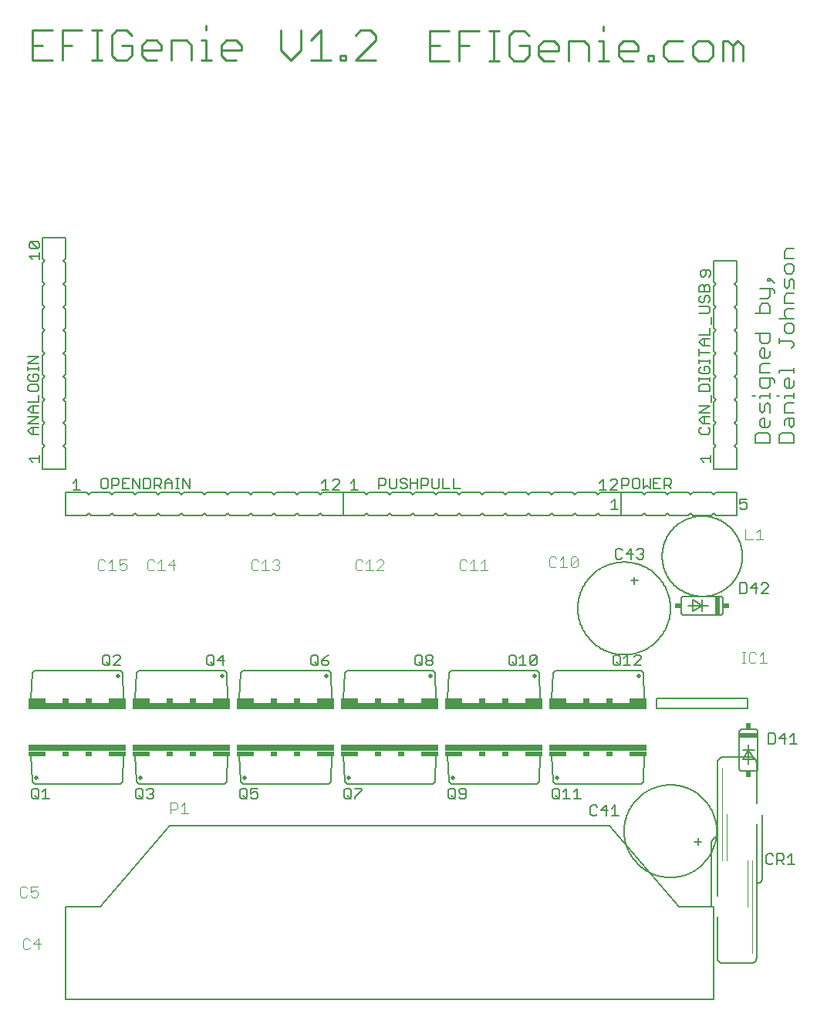
<source format=gto>
G75*
%MOIN*%
%OFA0B0*%
%FSLAX25Y25*%
%IPPOS*%
%LPD*%
%AMOC8*
5,1,8,0,0,1.08239X$1,22.5*
%
%ADD10C,0.01100*%
%ADD11C,0.00600*%
%ADD12C,0.00400*%
%ADD13C,0.00500*%
%ADD14C,0.00200*%
%ADD15R,0.08000X0.02000*%
%ADD16R,0.02000X0.02500*%
%ADD17R,0.02000X0.08000*%
%ADD18R,0.02500X0.02000*%
%ADD19C,0.00800*%
%ADD20C,0.02000*%
%ADD21R,0.42000X0.03000*%
%ADD22R,0.07500X0.02000*%
%ADD23R,0.03000X0.02000*%
D10*
X0032150Y0430964D02*
X0040757Y0430964D01*
X0045041Y0430964D02*
X0045041Y0443875D01*
X0053648Y0443875D01*
X0057932Y0443875D02*
X0062236Y0443875D01*
X0060084Y0443875D02*
X0060084Y0430964D01*
X0057932Y0430964D02*
X0062236Y0430964D01*
X0066526Y0433116D02*
X0068678Y0430964D01*
X0072982Y0430964D01*
X0075133Y0433116D01*
X0075133Y0437419D01*
X0070830Y0437419D01*
X0066526Y0441723D02*
X0066526Y0433116D01*
X0066526Y0441723D02*
X0068678Y0443875D01*
X0072982Y0443875D01*
X0075133Y0441723D01*
X0079417Y0437419D02*
X0081569Y0439571D01*
X0085873Y0439571D01*
X0088024Y0437419D01*
X0088024Y0435268D01*
X0079417Y0435268D01*
X0079417Y0437419D02*
X0079417Y0433116D01*
X0081569Y0430964D01*
X0085873Y0430964D01*
X0092308Y0430964D02*
X0092308Y0439571D01*
X0098764Y0439571D01*
X0100915Y0437419D01*
X0100915Y0430964D01*
X0105199Y0430964D02*
X0109503Y0430964D01*
X0107351Y0430964D02*
X0107351Y0439571D01*
X0105199Y0439571D01*
X0107351Y0443875D02*
X0107351Y0446027D01*
X0115945Y0439571D02*
X0113793Y0437419D01*
X0113793Y0433116D01*
X0115945Y0430964D01*
X0120249Y0430964D01*
X0122400Y0435268D02*
X0113793Y0435268D01*
X0115945Y0439571D02*
X0120249Y0439571D01*
X0122400Y0437419D01*
X0122400Y0435268D01*
X0139575Y0435268D02*
X0143879Y0430964D01*
X0148182Y0435268D01*
X0148182Y0443875D01*
X0152466Y0439571D02*
X0156770Y0443875D01*
X0156770Y0430964D01*
X0161073Y0430964D02*
X0152466Y0430964D01*
X0139575Y0435268D02*
X0139575Y0443875D01*
X0165357Y0433116D02*
X0167509Y0433116D01*
X0167509Y0430964D01*
X0165357Y0430964D01*
X0165357Y0433116D01*
X0171803Y0430964D02*
X0180410Y0439571D01*
X0180410Y0441723D01*
X0178258Y0443875D01*
X0173954Y0443875D01*
X0171803Y0441723D01*
X0171803Y0430964D02*
X0180410Y0430964D01*
X0203747Y0430714D02*
X0212355Y0430714D01*
X0216638Y0430714D02*
X0216638Y0443625D01*
X0225246Y0443625D01*
X0229529Y0443625D02*
X0233833Y0443625D01*
X0231681Y0443625D02*
X0231681Y0430714D01*
X0229529Y0430714D02*
X0233833Y0430714D01*
X0238123Y0432866D02*
X0240275Y0430714D01*
X0244579Y0430714D01*
X0246731Y0432866D01*
X0246731Y0437169D01*
X0242427Y0437169D01*
X0238123Y0441473D02*
X0238123Y0432866D01*
X0238123Y0441473D02*
X0240275Y0443625D01*
X0244579Y0443625D01*
X0246731Y0441473D01*
X0251014Y0437169D02*
X0253166Y0439321D01*
X0257470Y0439321D01*
X0259622Y0437169D01*
X0259622Y0435018D01*
X0251014Y0435018D01*
X0251014Y0437169D02*
X0251014Y0432866D01*
X0253166Y0430714D01*
X0257470Y0430714D01*
X0263905Y0430714D02*
X0263905Y0439321D01*
X0270361Y0439321D01*
X0272513Y0437169D01*
X0272513Y0430714D01*
X0276796Y0430714D02*
X0281100Y0430714D01*
X0278948Y0430714D02*
X0278948Y0439321D01*
X0276796Y0439321D01*
X0278948Y0443625D02*
X0278948Y0445777D01*
X0287542Y0439321D02*
X0285390Y0437169D01*
X0285390Y0432866D01*
X0287542Y0430714D01*
X0291846Y0430714D01*
X0293998Y0435018D02*
X0285390Y0435018D01*
X0287542Y0439321D02*
X0291846Y0439321D01*
X0293998Y0437169D01*
X0293998Y0435018D01*
X0298281Y0432866D02*
X0300433Y0432866D01*
X0300433Y0430714D01*
X0298281Y0430714D01*
X0298281Y0432866D01*
X0304727Y0432866D02*
X0306879Y0430714D01*
X0313334Y0430714D01*
X0317618Y0432866D02*
X0317618Y0437169D01*
X0319770Y0439321D01*
X0324073Y0439321D01*
X0326225Y0437169D01*
X0326225Y0432866D01*
X0324073Y0430714D01*
X0319770Y0430714D01*
X0317618Y0432866D01*
X0313334Y0439321D02*
X0306879Y0439321D01*
X0304727Y0437169D01*
X0304727Y0432866D01*
X0330509Y0430714D02*
X0330509Y0439321D01*
X0332661Y0439321D01*
X0334813Y0437169D01*
X0336964Y0439321D01*
X0339116Y0437169D01*
X0339116Y0430714D01*
X0334813Y0430714D02*
X0334813Y0437169D01*
X0220942Y0437169D02*
X0216638Y0437169D01*
X0212355Y0443625D02*
X0203747Y0443625D01*
X0203747Y0430714D01*
X0203747Y0437169D02*
X0208051Y0437169D01*
X0049345Y0437419D02*
X0045041Y0437419D01*
X0040757Y0443875D02*
X0032150Y0443875D01*
X0032150Y0430964D01*
X0032150Y0437419D02*
X0036454Y0437419D01*
D11*
X0036600Y0354164D02*
X0046600Y0354164D01*
X0046600Y0345164D01*
X0045600Y0344164D01*
X0046600Y0343164D01*
X0046600Y0335164D01*
X0045600Y0334164D01*
X0046600Y0333164D01*
X0046600Y0325164D01*
X0045600Y0324164D01*
X0046600Y0323164D01*
X0046600Y0315164D01*
X0045600Y0314164D01*
X0046600Y0313164D01*
X0046600Y0305164D01*
X0045600Y0304164D01*
X0046600Y0303164D01*
X0046600Y0295164D01*
X0045600Y0294164D01*
X0046600Y0293164D01*
X0046600Y0285164D01*
X0045600Y0284164D01*
X0046600Y0283164D01*
X0046600Y0275164D01*
X0045600Y0274164D01*
X0046600Y0273164D01*
X0046600Y0265164D01*
X0045600Y0264164D01*
X0046600Y0263164D01*
X0046600Y0254164D01*
X0036600Y0254164D01*
X0036600Y0263164D01*
X0037600Y0264164D01*
X0036600Y0265164D01*
X0036600Y0273164D01*
X0037600Y0274164D01*
X0036600Y0275164D01*
X0036600Y0283164D01*
X0037600Y0284164D01*
X0036600Y0285164D01*
X0036600Y0293164D01*
X0037600Y0294164D01*
X0036600Y0295164D01*
X0036600Y0303164D01*
X0037600Y0304164D01*
X0036600Y0305164D01*
X0036600Y0313164D01*
X0037600Y0314164D01*
X0036600Y0315164D01*
X0036600Y0323164D01*
X0037600Y0324164D01*
X0036600Y0325164D01*
X0036600Y0333164D01*
X0037600Y0334164D01*
X0036600Y0335164D01*
X0036600Y0343164D01*
X0037600Y0344164D01*
X0036600Y0345164D01*
X0036600Y0354164D01*
X0046600Y0244164D02*
X0055600Y0244164D01*
X0056600Y0243164D01*
X0057600Y0244164D01*
X0065600Y0244164D01*
X0066600Y0243164D01*
X0067600Y0244164D01*
X0075600Y0244164D01*
X0076600Y0243164D01*
X0077600Y0244164D01*
X0085600Y0244164D01*
X0086600Y0243164D01*
X0087600Y0244164D01*
X0095600Y0244164D01*
X0096600Y0243164D01*
X0097600Y0244164D01*
X0105600Y0244164D01*
X0106600Y0243164D01*
X0107600Y0244164D01*
X0115600Y0244164D01*
X0116600Y0243164D01*
X0117600Y0244164D01*
X0125600Y0244164D01*
X0126600Y0243164D01*
X0127600Y0244164D01*
X0135600Y0244164D01*
X0136600Y0243164D01*
X0137600Y0244164D01*
X0145600Y0244164D01*
X0146600Y0243164D01*
X0147600Y0244164D01*
X0155600Y0244164D01*
X0156600Y0243164D01*
X0157600Y0244164D01*
X0166600Y0244164D01*
X0175600Y0244164D01*
X0176600Y0243164D01*
X0177600Y0244164D01*
X0185600Y0244164D01*
X0186600Y0243164D01*
X0187600Y0244164D01*
X0195600Y0244164D01*
X0196600Y0243164D01*
X0197600Y0244164D01*
X0205600Y0244164D01*
X0206600Y0243164D01*
X0207600Y0244164D01*
X0215600Y0244164D01*
X0216600Y0243164D01*
X0217600Y0244164D01*
X0225600Y0244164D01*
X0226600Y0243164D01*
X0227600Y0244164D01*
X0235600Y0244164D01*
X0236600Y0243164D01*
X0237600Y0244164D01*
X0245600Y0244164D01*
X0246600Y0243164D01*
X0247600Y0244164D01*
X0255600Y0244164D01*
X0256600Y0243164D01*
X0257600Y0244164D01*
X0265600Y0244164D01*
X0266600Y0243164D01*
X0267600Y0244164D01*
X0275600Y0244164D01*
X0276600Y0243164D01*
X0277600Y0244164D01*
X0286600Y0244164D01*
X0295600Y0244164D01*
X0296600Y0243164D01*
X0297600Y0244164D01*
X0305600Y0244164D01*
X0306600Y0243164D01*
X0307600Y0244164D01*
X0315600Y0244164D01*
X0316600Y0243164D01*
X0317600Y0244164D01*
X0325600Y0244164D01*
X0326600Y0243164D01*
X0327600Y0244164D01*
X0336600Y0244164D01*
X0336600Y0234164D01*
X0327600Y0234164D01*
X0326600Y0235164D01*
X0325600Y0234164D01*
X0317600Y0234164D01*
X0316600Y0235164D01*
X0315600Y0234164D01*
X0307600Y0234164D01*
X0306600Y0235164D01*
X0305600Y0234164D01*
X0297600Y0234164D01*
X0296600Y0235164D01*
X0295600Y0234164D01*
X0286600Y0234164D01*
X0286600Y0244164D01*
X0286600Y0234164D01*
X0277600Y0234164D01*
X0276600Y0235164D01*
X0275600Y0234164D01*
X0267600Y0234164D01*
X0266600Y0235164D01*
X0265600Y0234164D01*
X0257600Y0234164D01*
X0256600Y0235164D01*
X0255600Y0234164D01*
X0247600Y0234164D01*
X0246600Y0235164D01*
X0245600Y0234164D01*
X0237600Y0234164D01*
X0236600Y0235164D01*
X0235600Y0234164D01*
X0227600Y0234164D01*
X0226600Y0235164D01*
X0225600Y0234164D01*
X0217600Y0234164D01*
X0216600Y0235164D01*
X0215600Y0234164D01*
X0207600Y0234164D01*
X0206600Y0235164D01*
X0205600Y0234164D01*
X0197600Y0234164D01*
X0196600Y0235164D01*
X0195600Y0234164D01*
X0187600Y0234164D01*
X0186600Y0235164D01*
X0185600Y0234164D01*
X0177600Y0234164D01*
X0176600Y0235164D01*
X0175600Y0234164D01*
X0166600Y0234164D01*
X0166600Y0244164D01*
X0166600Y0234164D01*
X0157600Y0234164D01*
X0156600Y0235164D01*
X0155600Y0234164D01*
X0147600Y0234164D01*
X0146600Y0235164D01*
X0145600Y0234164D01*
X0137600Y0234164D01*
X0136600Y0235164D01*
X0135600Y0234164D01*
X0127600Y0234164D01*
X0126600Y0235164D01*
X0125600Y0234164D01*
X0117600Y0234164D01*
X0116600Y0235164D01*
X0115600Y0234164D01*
X0107600Y0234164D01*
X0106600Y0235164D01*
X0105600Y0234164D01*
X0097600Y0234164D01*
X0096600Y0235164D01*
X0095600Y0234164D01*
X0087600Y0234164D01*
X0086600Y0235164D01*
X0085600Y0234164D01*
X0077600Y0234164D01*
X0076600Y0235164D01*
X0075600Y0234164D01*
X0067600Y0234164D01*
X0066600Y0235164D01*
X0065600Y0234164D01*
X0057600Y0234164D01*
X0056600Y0235164D01*
X0055600Y0234164D01*
X0046600Y0234164D01*
X0046600Y0244164D01*
X0033100Y0167414D02*
X0070100Y0167414D01*
X0071100Y0166414D01*
X0071600Y0154914D01*
X0076600Y0154914D02*
X0077100Y0166414D01*
X0078100Y0167414D01*
X0115100Y0167414D01*
X0116100Y0166414D01*
X0116600Y0154914D01*
X0121600Y0154914D02*
X0122100Y0166414D01*
X0123100Y0167414D01*
X0160100Y0167414D01*
X0161100Y0166414D01*
X0161600Y0154914D01*
X0166600Y0154914D02*
X0167100Y0166414D01*
X0168100Y0167414D01*
X0205100Y0167414D01*
X0206100Y0166414D01*
X0206600Y0154914D01*
X0211600Y0154914D02*
X0212100Y0166414D01*
X0213100Y0167414D01*
X0250100Y0167414D01*
X0251100Y0166414D01*
X0251600Y0154914D01*
X0256600Y0154914D02*
X0257100Y0166414D01*
X0258100Y0167414D01*
X0295100Y0167414D01*
X0296100Y0166414D01*
X0296600Y0154914D01*
X0296600Y0130914D02*
X0296100Y0119414D01*
X0295100Y0118414D01*
X0258100Y0118414D01*
X0257100Y0119414D01*
X0256600Y0130914D01*
X0251600Y0130914D02*
X0251100Y0119414D01*
X0250100Y0118414D01*
X0213100Y0118414D01*
X0212100Y0119414D01*
X0211600Y0130914D01*
X0206600Y0130914D02*
X0206100Y0119414D01*
X0205100Y0118414D01*
X0168100Y0118414D01*
X0167100Y0119414D01*
X0166600Y0130914D01*
X0161600Y0130914D02*
X0161100Y0119414D01*
X0160100Y0118414D01*
X0123100Y0118414D01*
X0122100Y0119414D01*
X0121600Y0130914D01*
X0116600Y0130914D02*
X0116100Y0119414D01*
X0115100Y0118414D01*
X0078100Y0118414D01*
X0077100Y0119414D01*
X0076600Y0130914D01*
X0071600Y0130914D02*
X0071100Y0119414D01*
X0070100Y0118414D01*
X0033100Y0118414D01*
X0032100Y0119414D01*
X0031600Y0130914D01*
X0031600Y0154914D02*
X0032100Y0166414D01*
X0033100Y0167414D01*
X0267850Y0194164D02*
X0267856Y0194655D01*
X0267874Y0195145D01*
X0267904Y0195635D01*
X0267946Y0196124D01*
X0268000Y0196612D01*
X0268066Y0197099D01*
X0268144Y0197583D01*
X0268234Y0198066D01*
X0268336Y0198546D01*
X0268449Y0199024D01*
X0268574Y0199498D01*
X0268711Y0199970D01*
X0268859Y0200438D01*
X0269019Y0200902D01*
X0269190Y0201362D01*
X0269372Y0201818D01*
X0269566Y0202269D01*
X0269770Y0202715D01*
X0269986Y0203156D01*
X0270212Y0203592D01*
X0270448Y0204022D01*
X0270695Y0204446D01*
X0270953Y0204864D01*
X0271221Y0205275D01*
X0271498Y0205680D01*
X0271786Y0206078D01*
X0272083Y0206469D01*
X0272390Y0206852D01*
X0272706Y0207227D01*
X0273031Y0207595D01*
X0273365Y0207955D01*
X0273708Y0208306D01*
X0274059Y0208649D01*
X0274419Y0208983D01*
X0274787Y0209308D01*
X0275162Y0209624D01*
X0275545Y0209931D01*
X0275936Y0210228D01*
X0276334Y0210516D01*
X0276739Y0210793D01*
X0277150Y0211061D01*
X0277568Y0211319D01*
X0277992Y0211566D01*
X0278422Y0211802D01*
X0278858Y0212028D01*
X0279299Y0212244D01*
X0279745Y0212448D01*
X0280196Y0212642D01*
X0280652Y0212824D01*
X0281112Y0212995D01*
X0281576Y0213155D01*
X0282044Y0213303D01*
X0282516Y0213440D01*
X0282990Y0213565D01*
X0283468Y0213678D01*
X0283948Y0213780D01*
X0284431Y0213870D01*
X0284915Y0213948D01*
X0285402Y0214014D01*
X0285890Y0214068D01*
X0286379Y0214110D01*
X0286869Y0214140D01*
X0287359Y0214158D01*
X0287850Y0214164D01*
X0288341Y0214158D01*
X0288831Y0214140D01*
X0289321Y0214110D01*
X0289810Y0214068D01*
X0290298Y0214014D01*
X0290785Y0213948D01*
X0291269Y0213870D01*
X0291752Y0213780D01*
X0292232Y0213678D01*
X0292710Y0213565D01*
X0293184Y0213440D01*
X0293656Y0213303D01*
X0294124Y0213155D01*
X0294588Y0212995D01*
X0295048Y0212824D01*
X0295504Y0212642D01*
X0295955Y0212448D01*
X0296401Y0212244D01*
X0296842Y0212028D01*
X0297278Y0211802D01*
X0297708Y0211566D01*
X0298132Y0211319D01*
X0298550Y0211061D01*
X0298961Y0210793D01*
X0299366Y0210516D01*
X0299764Y0210228D01*
X0300155Y0209931D01*
X0300538Y0209624D01*
X0300913Y0209308D01*
X0301281Y0208983D01*
X0301641Y0208649D01*
X0301992Y0208306D01*
X0302335Y0207955D01*
X0302669Y0207595D01*
X0302994Y0207227D01*
X0303310Y0206852D01*
X0303617Y0206469D01*
X0303914Y0206078D01*
X0304202Y0205680D01*
X0304479Y0205275D01*
X0304747Y0204864D01*
X0305005Y0204446D01*
X0305252Y0204022D01*
X0305488Y0203592D01*
X0305714Y0203156D01*
X0305930Y0202715D01*
X0306134Y0202269D01*
X0306328Y0201818D01*
X0306510Y0201362D01*
X0306681Y0200902D01*
X0306841Y0200438D01*
X0306989Y0199970D01*
X0307126Y0199498D01*
X0307251Y0199024D01*
X0307364Y0198546D01*
X0307466Y0198066D01*
X0307556Y0197583D01*
X0307634Y0197099D01*
X0307700Y0196612D01*
X0307754Y0196124D01*
X0307796Y0195635D01*
X0307826Y0195145D01*
X0307844Y0194655D01*
X0307850Y0194164D01*
X0307844Y0193673D01*
X0307826Y0193183D01*
X0307796Y0192693D01*
X0307754Y0192204D01*
X0307700Y0191716D01*
X0307634Y0191229D01*
X0307556Y0190745D01*
X0307466Y0190262D01*
X0307364Y0189782D01*
X0307251Y0189304D01*
X0307126Y0188830D01*
X0306989Y0188358D01*
X0306841Y0187890D01*
X0306681Y0187426D01*
X0306510Y0186966D01*
X0306328Y0186510D01*
X0306134Y0186059D01*
X0305930Y0185613D01*
X0305714Y0185172D01*
X0305488Y0184736D01*
X0305252Y0184306D01*
X0305005Y0183882D01*
X0304747Y0183464D01*
X0304479Y0183053D01*
X0304202Y0182648D01*
X0303914Y0182250D01*
X0303617Y0181859D01*
X0303310Y0181476D01*
X0302994Y0181101D01*
X0302669Y0180733D01*
X0302335Y0180373D01*
X0301992Y0180022D01*
X0301641Y0179679D01*
X0301281Y0179345D01*
X0300913Y0179020D01*
X0300538Y0178704D01*
X0300155Y0178397D01*
X0299764Y0178100D01*
X0299366Y0177812D01*
X0298961Y0177535D01*
X0298550Y0177267D01*
X0298132Y0177009D01*
X0297708Y0176762D01*
X0297278Y0176526D01*
X0296842Y0176300D01*
X0296401Y0176084D01*
X0295955Y0175880D01*
X0295504Y0175686D01*
X0295048Y0175504D01*
X0294588Y0175333D01*
X0294124Y0175173D01*
X0293656Y0175025D01*
X0293184Y0174888D01*
X0292710Y0174763D01*
X0292232Y0174650D01*
X0291752Y0174548D01*
X0291269Y0174458D01*
X0290785Y0174380D01*
X0290298Y0174314D01*
X0289810Y0174260D01*
X0289321Y0174218D01*
X0288831Y0174188D01*
X0288341Y0174170D01*
X0287850Y0174164D01*
X0287359Y0174170D01*
X0286869Y0174188D01*
X0286379Y0174218D01*
X0285890Y0174260D01*
X0285402Y0174314D01*
X0284915Y0174380D01*
X0284431Y0174458D01*
X0283948Y0174548D01*
X0283468Y0174650D01*
X0282990Y0174763D01*
X0282516Y0174888D01*
X0282044Y0175025D01*
X0281576Y0175173D01*
X0281112Y0175333D01*
X0280652Y0175504D01*
X0280196Y0175686D01*
X0279745Y0175880D01*
X0279299Y0176084D01*
X0278858Y0176300D01*
X0278422Y0176526D01*
X0277992Y0176762D01*
X0277568Y0177009D01*
X0277150Y0177267D01*
X0276739Y0177535D01*
X0276334Y0177812D01*
X0275936Y0178100D01*
X0275545Y0178397D01*
X0275162Y0178704D01*
X0274787Y0179020D01*
X0274419Y0179345D01*
X0274059Y0179679D01*
X0273708Y0180022D01*
X0273365Y0180373D01*
X0273031Y0180733D01*
X0272706Y0181101D01*
X0272390Y0181476D01*
X0272083Y0181859D01*
X0271786Y0182250D01*
X0271498Y0182648D01*
X0271221Y0183053D01*
X0270953Y0183464D01*
X0270695Y0183882D01*
X0270448Y0184306D01*
X0270212Y0184736D01*
X0269986Y0185172D01*
X0269770Y0185613D01*
X0269566Y0186059D01*
X0269372Y0186510D01*
X0269190Y0186966D01*
X0269019Y0187426D01*
X0268859Y0187890D01*
X0268711Y0188358D01*
X0268574Y0188830D01*
X0268449Y0189304D01*
X0268336Y0189782D01*
X0268234Y0190262D01*
X0268144Y0190745D01*
X0268066Y0191229D01*
X0268000Y0191716D01*
X0267946Y0192204D01*
X0267904Y0192693D01*
X0267874Y0193183D01*
X0267856Y0193673D01*
X0267850Y0194164D01*
X0290850Y0206164D02*
X0293850Y0206164D01*
X0292350Y0207664D02*
X0292350Y0204664D01*
X0312600Y0198414D02*
X0312600Y0192414D01*
X0312602Y0192354D01*
X0312607Y0192293D01*
X0312616Y0192234D01*
X0312629Y0192175D01*
X0312645Y0192116D01*
X0312665Y0192059D01*
X0312688Y0192004D01*
X0312715Y0191949D01*
X0312744Y0191897D01*
X0312777Y0191846D01*
X0312813Y0191797D01*
X0312851Y0191751D01*
X0312893Y0191707D01*
X0312937Y0191665D01*
X0312983Y0191627D01*
X0313032Y0191591D01*
X0313083Y0191558D01*
X0313135Y0191529D01*
X0313190Y0191502D01*
X0313245Y0191479D01*
X0313302Y0191459D01*
X0313361Y0191443D01*
X0313420Y0191430D01*
X0313479Y0191421D01*
X0313540Y0191416D01*
X0313600Y0191414D01*
X0329600Y0191414D01*
X0329660Y0191416D01*
X0329721Y0191421D01*
X0329780Y0191430D01*
X0329839Y0191443D01*
X0329898Y0191459D01*
X0329955Y0191479D01*
X0330010Y0191502D01*
X0330065Y0191529D01*
X0330117Y0191558D01*
X0330168Y0191591D01*
X0330217Y0191627D01*
X0330263Y0191665D01*
X0330307Y0191707D01*
X0330349Y0191751D01*
X0330387Y0191797D01*
X0330423Y0191846D01*
X0330456Y0191897D01*
X0330485Y0191949D01*
X0330512Y0192004D01*
X0330535Y0192059D01*
X0330555Y0192116D01*
X0330571Y0192175D01*
X0330584Y0192234D01*
X0330593Y0192293D01*
X0330598Y0192354D01*
X0330600Y0192414D01*
X0330600Y0198414D01*
X0330598Y0198474D01*
X0330593Y0198535D01*
X0330584Y0198594D01*
X0330571Y0198653D01*
X0330555Y0198712D01*
X0330535Y0198769D01*
X0330512Y0198824D01*
X0330485Y0198879D01*
X0330456Y0198931D01*
X0330423Y0198982D01*
X0330387Y0199031D01*
X0330349Y0199077D01*
X0330307Y0199121D01*
X0330263Y0199163D01*
X0330217Y0199201D01*
X0330168Y0199237D01*
X0330117Y0199270D01*
X0330065Y0199299D01*
X0330010Y0199326D01*
X0329955Y0199349D01*
X0329898Y0199369D01*
X0329839Y0199385D01*
X0329780Y0199398D01*
X0329721Y0199407D01*
X0329660Y0199412D01*
X0329600Y0199414D01*
X0313600Y0199414D01*
X0313540Y0199412D01*
X0313479Y0199407D01*
X0313420Y0199398D01*
X0313361Y0199385D01*
X0313302Y0199369D01*
X0313245Y0199349D01*
X0313190Y0199326D01*
X0313135Y0199299D01*
X0313083Y0199270D01*
X0313032Y0199237D01*
X0312983Y0199201D01*
X0312937Y0199163D01*
X0312893Y0199121D01*
X0312851Y0199077D01*
X0312813Y0199031D01*
X0312777Y0198982D01*
X0312744Y0198931D01*
X0312715Y0198879D01*
X0312688Y0198824D01*
X0312665Y0198769D01*
X0312645Y0198712D01*
X0312629Y0198653D01*
X0312616Y0198594D01*
X0312607Y0198535D01*
X0312602Y0198474D01*
X0312600Y0198414D01*
X0315600Y0195414D02*
X0321600Y0195414D01*
X0321600Y0197914D01*
X0321600Y0195414D02*
X0317600Y0192914D01*
X0317600Y0197914D01*
X0321600Y0195414D01*
X0321600Y0192914D01*
X0321600Y0195414D02*
X0324100Y0195414D01*
X0338600Y0141914D02*
X0344600Y0141914D01*
X0344660Y0141912D01*
X0344721Y0141907D01*
X0344780Y0141898D01*
X0344839Y0141885D01*
X0344898Y0141869D01*
X0344955Y0141849D01*
X0345010Y0141826D01*
X0345065Y0141799D01*
X0345117Y0141770D01*
X0345168Y0141737D01*
X0345217Y0141701D01*
X0345263Y0141663D01*
X0345307Y0141621D01*
X0345349Y0141577D01*
X0345387Y0141531D01*
X0345423Y0141482D01*
X0345456Y0141431D01*
X0345485Y0141379D01*
X0345512Y0141324D01*
X0345535Y0141269D01*
X0345555Y0141212D01*
X0345571Y0141153D01*
X0345584Y0141094D01*
X0345593Y0141035D01*
X0345598Y0140974D01*
X0345600Y0140914D01*
X0345600Y0124914D01*
X0345598Y0124854D01*
X0345593Y0124793D01*
X0345584Y0124734D01*
X0345571Y0124675D01*
X0345555Y0124616D01*
X0345535Y0124559D01*
X0345512Y0124504D01*
X0345485Y0124449D01*
X0345456Y0124397D01*
X0345423Y0124346D01*
X0345387Y0124297D01*
X0345349Y0124251D01*
X0345307Y0124207D01*
X0345263Y0124165D01*
X0345217Y0124127D01*
X0345168Y0124091D01*
X0345117Y0124058D01*
X0345065Y0124029D01*
X0345010Y0124002D01*
X0344955Y0123979D01*
X0344898Y0123959D01*
X0344839Y0123943D01*
X0344780Y0123930D01*
X0344721Y0123921D01*
X0344660Y0123916D01*
X0344600Y0123914D01*
X0338600Y0123914D01*
X0338540Y0123916D01*
X0338479Y0123921D01*
X0338420Y0123930D01*
X0338361Y0123943D01*
X0338302Y0123959D01*
X0338245Y0123979D01*
X0338190Y0124002D01*
X0338135Y0124029D01*
X0338083Y0124058D01*
X0338032Y0124091D01*
X0337983Y0124127D01*
X0337937Y0124165D01*
X0337893Y0124207D01*
X0337851Y0124251D01*
X0337813Y0124297D01*
X0337777Y0124346D01*
X0337744Y0124397D01*
X0337715Y0124449D01*
X0337688Y0124504D01*
X0337665Y0124559D01*
X0337645Y0124616D01*
X0337629Y0124675D01*
X0337616Y0124734D01*
X0337607Y0124793D01*
X0337602Y0124854D01*
X0337600Y0124914D01*
X0337600Y0140914D01*
X0337602Y0140974D01*
X0337607Y0141035D01*
X0337616Y0141094D01*
X0337629Y0141153D01*
X0337645Y0141212D01*
X0337665Y0141269D01*
X0337688Y0141324D01*
X0337715Y0141379D01*
X0337744Y0141431D01*
X0337777Y0141482D01*
X0337813Y0141531D01*
X0337851Y0141577D01*
X0337893Y0141621D01*
X0337937Y0141663D01*
X0337983Y0141701D01*
X0338032Y0141737D01*
X0338083Y0141770D01*
X0338135Y0141799D01*
X0338190Y0141826D01*
X0338245Y0141849D01*
X0338302Y0141869D01*
X0338361Y0141885D01*
X0338420Y0141898D01*
X0338479Y0141907D01*
X0338540Y0141912D01*
X0338600Y0141914D01*
X0341600Y0135414D02*
X0341600Y0132914D01*
X0339100Y0132914D01*
X0341600Y0132914D02*
X0339100Y0128914D01*
X0344100Y0128914D01*
X0341600Y0132914D01*
X0344100Y0132914D01*
X0341600Y0132914D02*
X0341600Y0126914D01*
X0342600Y0129914D02*
X0342698Y0129912D01*
X0342796Y0129906D01*
X0342894Y0129897D01*
X0342991Y0129883D01*
X0343088Y0129866D01*
X0343184Y0129845D01*
X0343279Y0129820D01*
X0343373Y0129792D01*
X0343465Y0129759D01*
X0343557Y0129724D01*
X0343647Y0129684D01*
X0343735Y0129642D01*
X0343822Y0129595D01*
X0343906Y0129546D01*
X0343989Y0129493D01*
X0344069Y0129437D01*
X0344148Y0129377D01*
X0344224Y0129315D01*
X0344297Y0129250D01*
X0344368Y0129182D01*
X0344436Y0129111D01*
X0344501Y0129038D01*
X0344563Y0128962D01*
X0344623Y0128883D01*
X0344679Y0128803D01*
X0344732Y0128720D01*
X0344781Y0128636D01*
X0344828Y0128549D01*
X0344870Y0128461D01*
X0344910Y0128371D01*
X0344945Y0128279D01*
X0344978Y0128187D01*
X0345006Y0128093D01*
X0345031Y0127998D01*
X0345052Y0127902D01*
X0345069Y0127805D01*
X0345083Y0127708D01*
X0345092Y0127610D01*
X0345098Y0127512D01*
X0345100Y0127414D01*
X0345100Y0109914D01*
X0347600Y0104914D02*
X0347600Y0077914D01*
X0347598Y0077816D01*
X0347592Y0077718D01*
X0347583Y0077620D01*
X0347569Y0077523D01*
X0347552Y0077426D01*
X0347531Y0077330D01*
X0347506Y0077235D01*
X0347478Y0077141D01*
X0347445Y0077049D01*
X0347410Y0076957D01*
X0347370Y0076867D01*
X0347328Y0076779D01*
X0347281Y0076692D01*
X0347232Y0076608D01*
X0347179Y0076525D01*
X0347123Y0076445D01*
X0347063Y0076366D01*
X0347001Y0076290D01*
X0346936Y0076217D01*
X0346868Y0076146D01*
X0346797Y0076078D01*
X0346724Y0076013D01*
X0346648Y0075951D01*
X0346569Y0075891D01*
X0346489Y0075835D01*
X0346406Y0075782D01*
X0346322Y0075733D01*
X0346235Y0075686D01*
X0346147Y0075644D01*
X0346057Y0075604D01*
X0345965Y0075569D01*
X0345873Y0075536D01*
X0345779Y0075508D01*
X0345684Y0075483D01*
X0345588Y0075462D01*
X0345491Y0075445D01*
X0345394Y0075431D01*
X0345296Y0075422D01*
X0345198Y0075416D01*
X0345100Y0075414D01*
X0328100Y0069914D02*
X0328100Y0127414D01*
X0328102Y0127512D01*
X0328108Y0127610D01*
X0328117Y0127708D01*
X0328131Y0127805D01*
X0328148Y0127902D01*
X0328169Y0127998D01*
X0328194Y0128093D01*
X0328222Y0128187D01*
X0328255Y0128279D01*
X0328290Y0128371D01*
X0328330Y0128461D01*
X0328372Y0128549D01*
X0328419Y0128636D01*
X0328468Y0128720D01*
X0328521Y0128803D01*
X0328577Y0128883D01*
X0328637Y0128962D01*
X0328699Y0129038D01*
X0328764Y0129111D01*
X0328832Y0129182D01*
X0328903Y0129250D01*
X0328976Y0129315D01*
X0329052Y0129377D01*
X0329131Y0129437D01*
X0329211Y0129493D01*
X0329294Y0129546D01*
X0329378Y0129595D01*
X0329465Y0129642D01*
X0329553Y0129684D01*
X0329643Y0129724D01*
X0329735Y0129759D01*
X0329827Y0129792D01*
X0329921Y0129820D01*
X0330016Y0129845D01*
X0330112Y0129866D01*
X0330209Y0129883D01*
X0330306Y0129897D01*
X0330404Y0129906D01*
X0330502Y0129912D01*
X0330600Y0129914D01*
X0342600Y0129914D01*
X0345100Y0100914D02*
X0345100Y0043414D01*
X0345098Y0043316D01*
X0345092Y0043218D01*
X0345083Y0043120D01*
X0345069Y0043023D01*
X0345052Y0042926D01*
X0345031Y0042830D01*
X0345006Y0042735D01*
X0344978Y0042641D01*
X0344945Y0042549D01*
X0344910Y0042457D01*
X0344870Y0042367D01*
X0344828Y0042279D01*
X0344781Y0042192D01*
X0344732Y0042108D01*
X0344679Y0042025D01*
X0344623Y0041945D01*
X0344563Y0041866D01*
X0344501Y0041790D01*
X0344436Y0041717D01*
X0344368Y0041646D01*
X0344297Y0041578D01*
X0344224Y0041513D01*
X0344148Y0041451D01*
X0344069Y0041391D01*
X0343989Y0041335D01*
X0343906Y0041282D01*
X0343822Y0041233D01*
X0343735Y0041186D01*
X0343647Y0041144D01*
X0343557Y0041104D01*
X0343465Y0041069D01*
X0343373Y0041036D01*
X0343279Y0041008D01*
X0343184Y0040983D01*
X0343088Y0040962D01*
X0342991Y0040945D01*
X0342894Y0040931D01*
X0342796Y0040922D01*
X0342698Y0040916D01*
X0342600Y0040914D01*
X0330600Y0040914D01*
X0330502Y0040916D01*
X0330404Y0040922D01*
X0330306Y0040931D01*
X0330209Y0040945D01*
X0330112Y0040962D01*
X0330016Y0040983D01*
X0329921Y0041008D01*
X0329827Y0041036D01*
X0329735Y0041069D01*
X0329643Y0041104D01*
X0329553Y0041144D01*
X0329465Y0041186D01*
X0329378Y0041233D01*
X0329294Y0041282D01*
X0329211Y0041335D01*
X0329131Y0041391D01*
X0329052Y0041451D01*
X0328976Y0041513D01*
X0328903Y0041578D01*
X0328832Y0041646D01*
X0328764Y0041717D01*
X0328699Y0041790D01*
X0328637Y0041866D01*
X0328577Y0041945D01*
X0328521Y0042025D01*
X0328468Y0042108D01*
X0328419Y0042192D01*
X0328372Y0042279D01*
X0328330Y0042367D01*
X0328290Y0042457D01*
X0328255Y0042549D01*
X0328222Y0042641D01*
X0328194Y0042735D01*
X0328169Y0042830D01*
X0328148Y0042926D01*
X0328131Y0043023D01*
X0328117Y0043120D01*
X0328108Y0043218D01*
X0328102Y0043316D01*
X0328100Y0043414D01*
X0328100Y0060914D01*
X0325600Y0065914D02*
X0325600Y0092914D01*
X0325602Y0093012D01*
X0325608Y0093110D01*
X0325617Y0093208D01*
X0325631Y0093305D01*
X0325648Y0093402D01*
X0325669Y0093498D01*
X0325694Y0093593D01*
X0325722Y0093687D01*
X0325755Y0093779D01*
X0325790Y0093871D01*
X0325830Y0093961D01*
X0325872Y0094049D01*
X0325919Y0094136D01*
X0325968Y0094220D01*
X0326021Y0094303D01*
X0326077Y0094383D01*
X0326137Y0094462D01*
X0326199Y0094538D01*
X0326264Y0094611D01*
X0326332Y0094682D01*
X0326403Y0094750D01*
X0326476Y0094815D01*
X0326552Y0094877D01*
X0326631Y0094937D01*
X0326711Y0094993D01*
X0326794Y0095046D01*
X0326878Y0095095D01*
X0326965Y0095142D01*
X0327053Y0095184D01*
X0327143Y0095224D01*
X0327235Y0095259D01*
X0327327Y0095292D01*
X0327421Y0095320D01*
X0327516Y0095345D01*
X0327612Y0095366D01*
X0327709Y0095383D01*
X0327806Y0095397D01*
X0327904Y0095406D01*
X0328002Y0095412D01*
X0328100Y0095414D01*
X0321350Y0093414D02*
X0318350Y0093414D01*
X0319850Y0094914D02*
X0319850Y0091914D01*
X0287850Y0097914D02*
X0287856Y0098405D01*
X0287874Y0098895D01*
X0287904Y0099385D01*
X0287946Y0099874D01*
X0288000Y0100362D01*
X0288066Y0100849D01*
X0288144Y0101333D01*
X0288234Y0101816D01*
X0288336Y0102296D01*
X0288449Y0102774D01*
X0288574Y0103248D01*
X0288711Y0103720D01*
X0288859Y0104188D01*
X0289019Y0104652D01*
X0289190Y0105112D01*
X0289372Y0105568D01*
X0289566Y0106019D01*
X0289770Y0106465D01*
X0289986Y0106906D01*
X0290212Y0107342D01*
X0290448Y0107772D01*
X0290695Y0108196D01*
X0290953Y0108614D01*
X0291221Y0109025D01*
X0291498Y0109430D01*
X0291786Y0109828D01*
X0292083Y0110219D01*
X0292390Y0110602D01*
X0292706Y0110977D01*
X0293031Y0111345D01*
X0293365Y0111705D01*
X0293708Y0112056D01*
X0294059Y0112399D01*
X0294419Y0112733D01*
X0294787Y0113058D01*
X0295162Y0113374D01*
X0295545Y0113681D01*
X0295936Y0113978D01*
X0296334Y0114266D01*
X0296739Y0114543D01*
X0297150Y0114811D01*
X0297568Y0115069D01*
X0297992Y0115316D01*
X0298422Y0115552D01*
X0298858Y0115778D01*
X0299299Y0115994D01*
X0299745Y0116198D01*
X0300196Y0116392D01*
X0300652Y0116574D01*
X0301112Y0116745D01*
X0301576Y0116905D01*
X0302044Y0117053D01*
X0302516Y0117190D01*
X0302990Y0117315D01*
X0303468Y0117428D01*
X0303948Y0117530D01*
X0304431Y0117620D01*
X0304915Y0117698D01*
X0305402Y0117764D01*
X0305890Y0117818D01*
X0306379Y0117860D01*
X0306869Y0117890D01*
X0307359Y0117908D01*
X0307850Y0117914D01*
X0308341Y0117908D01*
X0308831Y0117890D01*
X0309321Y0117860D01*
X0309810Y0117818D01*
X0310298Y0117764D01*
X0310785Y0117698D01*
X0311269Y0117620D01*
X0311752Y0117530D01*
X0312232Y0117428D01*
X0312710Y0117315D01*
X0313184Y0117190D01*
X0313656Y0117053D01*
X0314124Y0116905D01*
X0314588Y0116745D01*
X0315048Y0116574D01*
X0315504Y0116392D01*
X0315955Y0116198D01*
X0316401Y0115994D01*
X0316842Y0115778D01*
X0317278Y0115552D01*
X0317708Y0115316D01*
X0318132Y0115069D01*
X0318550Y0114811D01*
X0318961Y0114543D01*
X0319366Y0114266D01*
X0319764Y0113978D01*
X0320155Y0113681D01*
X0320538Y0113374D01*
X0320913Y0113058D01*
X0321281Y0112733D01*
X0321641Y0112399D01*
X0321992Y0112056D01*
X0322335Y0111705D01*
X0322669Y0111345D01*
X0322994Y0110977D01*
X0323310Y0110602D01*
X0323617Y0110219D01*
X0323914Y0109828D01*
X0324202Y0109430D01*
X0324479Y0109025D01*
X0324747Y0108614D01*
X0325005Y0108196D01*
X0325252Y0107772D01*
X0325488Y0107342D01*
X0325714Y0106906D01*
X0325930Y0106465D01*
X0326134Y0106019D01*
X0326328Y0105568D01*
X0326510Y0105112D01*
X0326681Y0104652D01*
X0326841Y0104188D01*
X0326989Y0103720D01*
X0327126Y0103248D01*
X0327251Y0102774D01*
X0327364Y0102296D01*
X0327466Y0101816D01*
X0327556Y0101333D01*
X0327634Y0100849D01*
X0327700Y0100362D01*
X0327754Y0099874D01*
X0327796Y0099385D01*
X0327826Y0098895D01*
X0327844Y0098405D01*
X0327850Y0097914D01*
X0327844Y0097423D01*
X0327826Y0096933D01*
X0327796Y0096443D01*
X0327754Y0095954D01*
X0327700Y0095466D01*
X0327634Y0094979D01*
X0327556Y0094495D01*
X0327466Y0094012D01*
X0327364Y0093532D01*
X0327251Y0093054D01*
X0327126Y0092580D01*
X0326989Y0092108D01*
X0326841Y0091640D01*
X0326681Y0091176D01*
X0326510Y0090716D01*
X0326328Y0090260D01*
X0326134Y0089809D01*
X0325930Y0089363D01*
X0325714Y0088922D01*
X0325488Y0088486D01*
X0325252Y0088056D01*
X0325005Y0087632D01*
X0324747Y0087214D01*
X0324479Y0086803D01*
X0324202Y0086398D01*
X0323914Y0086000D01*
X0323617Y0085609D01*
X0323310Y0085226D01*
X0322994Y0084851D01*
X0322669Y0084483D01*
X0322335Y0084123D01*
X0321992Y0083772D01*
X0321641Y0083429D01*
X0321281Y0083095D01*
X0320913Y0082770D01*
X0320538Y0082454D01*
X0320155Y0082147D01*
X0319764Y0081850D01*
X0319366Y0081562D01*
X0318961Y0081285D01*
X0318550Y0081017D01*
X0318132Y0080759D01*
X0317708Y0080512D01*
X0317278Y0080276D01*
X0316842Y0080050D01*
X0316401Y0079834D01*
X0315955Y0079630D01*
X0315504Y0079436D01*
X0315048Y0079254D01*
X0314588Y0079083D01*
X0314124Y0078923D01*
X0313656Y0078775D01*
X0313184Y0078638D01*
X0312710Y0078513D01*
X0312232Y0078400D01*
X0311752Y0078298D01*
X0311269Y0078208D01*
X0310785Y0078130D01*
X0310298Y0078064D01*
X0309810Y0078010D01*
X0309321Y0077968D01*
X0308831Y0077938D01*
X0308341Y0077920D01*
X0307850Y0077914D01*
X0307359Y0077920D01*
X0306869Y0077938D01*
X0306379Y0077968D01*
X0305890Y0078010D01*
X0305402Y0078064D01*
X0304915Y0078130D01*
X0304431Y0078208D01*
X0303948Y0078298D01*
X0303468Y0078400D01*
X0302990Y0078513D01*
X0302516Y0078638D01*
X0302044Y0078775D01*
X0301576Y0078923D01*
X0301112Y0079083D01*
X0300652Y0079254D01*
X0300196Y0079436D01*
X0299745Y0079630D01*
X0299299Y0079834D01*
X0298858Y0080050D01*
X0298422Y0080276D01*
X0297992Y0080512D01*
X0297568Y0080759D01*
X0297150Y0081017D01*
X0296739Y0081285D01*
X0296334Y0081562D01*
X0295936Y0081850D01*
X0295545Y0082147D01*
X0295162Y0082454D01*
X0294787Y0082770D01*
X0294419Y0083095D01*
X0294059Y0083429D01*
X0293708Y0083772D01*
X0293365Y0084123D01*
X0293031Y0084483D01*
X0292706Y0084851D01*
X0292390Y0085226D01*
X0292083Y0085609D01*
X0291786Y0086000D01*
X0291498Y0086398D01*
X0291221Y0086803D01*
X0290953Y0087214D01*
X0290695Y0087632D01*
X0290448Y0088056D01*
X0290212Y0088486D01*
X0289986Y0088922D01*
X0289770Y0089363D01*
X0289566Y0089809D01*
X0289372Y0090260D01*
X0289190Y0090716D01*
X0289019Y0091176D01*
X0288859Y0091640D01*
X0288711Y0092108D01*
X0288574Y0092580D01*
X0288449Y0093054D01*
X0288336Y0093532D01*
X0288234Y0094012D01*
X0288144Y0094495D01*
X0288066Y0094979D01*
X0288000Y0095466D01*
X0287946Y0095954D01*
X0287904Y0096443D01*
X0287874Y0096933D01*
X0287856Y0097423D01*
X0287850Y0097914D01*
X0326600Y0254164D02*
X0326600Y0263164D01*
X0327600Y0264164D01*
X0326600Y0265164D01*
X0326600Y0273164D01*
X0327600Y0274164D01*
X0326600Y0275164D01*
X0326600Y0283164D01*
X0327600Y0284164D01*
X0326600Y0285164D01*
X0326600Y0293164D01*
X0327600Y0294164D01*
X0326600Y0295164D01*
X0326600Y0303164D01*
X0327600Y0304164D01*
X0326600Y0305164D01*
X0326600Y0313164D01*
X0327600Y0314164D01*
X0326600Y0315164D01*
X0326600Y0323164D01*
X0327600Y0324164D01*
X0326600Y0325164D01*
X0326600Y0333164D01*
X0327600Y0334164D01*
X0326600Y0335164D01*
X0326600Y0344164D01*
X0336600Y0344164D01*
X0336600Y0335164D01*
X0335600Y0334164D01*
X0336600Y0333164D01*
X0336600Y0325164D01*
X0335600Y0324164D01*
X0336600Y0323164D01*
X0336600Y0315164D01*
X0335600Y0314164D01*
X0336600Y0313164D01*
X0336600Y0305164D01*
X0335600Y0304164D01*
X0336600Y0303164D01*
X0336600Y0295164D01*
X0335600Y0294164D01*
X0336600Y0293164D01*
X0336600Y0285164D01*
X0335600Y0284164D01*
X0336600Y0283164D01*
X0336600Y0275164D01*
X0335600Y0274164D01*
X0336600Y0273164D01*
X0336600Y0265164D01*
X0335600Y0264164D01*
X0336600Y0263164D01*
X0336600Y0254164D01*
X0326600Y0254164D01*
X0344395Y0265714D02*
X0344395Y0268917D01*
X0345462Y0269984D01*
X0349732Y0269984D01*
X0350800Y0268917D01*
X0350800Y0265714D01*
X0344395Y0265714D01*
X0347597Y0272159D02*
X0346530Y0273227D01*
X0346530Y0275362D01*
X0347597Y0276430D01*
X0348665Y0276430D01*
X0348665Y0272159D01*
X0349732Y0272159D02*
X0347597Y0272159D01*
X0349732Y0272159D02*
X0350800Y0273227D01*
X0350800Y0275362D01*
X0350800Y0278605D02*
X0350800Y0281808D01*
X0349732Y0282875D01*
X0348665Y0281808D01*
X0348665Y0279672D01*
X0347597Y0278605D01*
X0346530Y0279672D01*
X0346530Y0282875D01*
X0346530Y0285050D02*
X0346530Y0286118D01*
X0350800Y0286118D01*
X0350800Y0285050D02*
X0350800Y0287186D01*
X0349732Y0289347D02*
X0347597Y0289347D01*
X0346530Y0290415D01*
X0346530Y0293618D01*
X0351868Y0293618D01*
X0352935Y0292550D01*
X0352935Y0291483D01*
X0350800Y0290415D02*
X0350800Y0293618D01*
X0350800Y0295793D02*
X0346530Y0295793D01*
X0346530Y0298996D01*
X0347597Y0300063D01*
X0350800Y0300063D01*
X0349732Y0302238D02*
X0347597Y0302238D01*
X0346530Y0303306D01*
X0346530Y0305441D01*
X0347597Y0306509D01*
X0348665Y0306509D01*
X0348665Y0302238D01*
X0349732Y0302238D02*
X0350800Y0303306D01*
X0350800Y0305441D01*
X0349732Y0308684D02*
X0347597Y0308684D01*
X0346530Y0309751D01*
X0346530Y0312954D01*
X0344395Y0312954D02*
X0350800Y0312954D01*
X0350800Y0309751D01*
X0349732Y0308684D01*
X0354895Y0308671D02*
X0354895Y0310806D01*
X0354895Y0309738D02*
X0360232Y0309738D01*
X0361300Y0308671D01*
X0361300Y0307603D01*
X0360232Y0306535D01*
X0360232Y0312981D02*
X0358097Y0312981D01*
X0357030Y0314048D01*
X0357030Y0316184D01*
X0358097Y0317251D01*
X0360232Y0317251D01*
X0361300Y0316184D01*
X0361300Y0314048D01*
X0360232Y0312981D01*
X0361300Y0319426D02*
X0354895Y0319426D01*
X0357030Y0320494D02*
X0357030Y0322629D01*
X0358097Y0323697D01*
X0361300Y0323697D01*
X0361300Y0325872D02*
X0357030Y0325872D01*
X0357030Y0329075D01*
X0358097Y0330142D01*
X0361300Y0330142D01*
X0361300Y0332317D02*
X0361300Y0335520D01*
X0360232Y0336588D01*
X0359165Y0335520D01*
X0359165Y0333385D01*
X0358097Y0332317D01*
X0357030Y0333385D01*
X0357030Y0336588D01*
X0358097Y0338763D02*
X0360232Y0338763D01*
X0361300Y0339830D01*
X0361300Y0341966D01*
X0360232Y0343033D01*
X0358097Y0343033D01*
X0357030Y0341966D01*
X0357030Y0339830D01*
X0358097Y0338763D01*
X0357030Y0345208D02*
X0357030Y0348411D01*
X0358097Y0349479D01*
X0361300Y0349479D01*
X0361300Y0345208D02*
X0357030Y0345208D01*
X0350800Y0336601D02*
X0350800Y0335533D01*
X0349732Y0335533D01*
X0349732Y0336601D01*
X0350800Y0336601D01*
X0352935Y0334466D01*
X0351868Y0332291D02*
X0352935Y0331223D01*
X0352935Y0330155D01*
X0350800Y0329088D02*
X0349732Y0328020D01*
X0346530Y0328020D01*
X0347597Y0325845D02*
X0346530Y0324778D01*
X0346530Y0321575D01*
X0344395Y0321575D02*
X0350800Y0321575D01*
X0350800Y0324778D01*
X0349732Y0325845D01*
X0347597Y0325845D01*
X0350800Y0329088D02*
X0350800Y0332291D01*
X0351868Y0332291D02*
X0346530Y0332291D01*
X0357030Y0320494D02*
X0358097Y0319426D01*
X0361300Y0297928D02*
X0361300Y0295793D01*
X0361300Y0296860D02*
X0354895Y0296860D01*
X0354895Y0295793D01*
X0358097Y0293618D02*
X0359165Y0293618D01*
X0359165Y0289347D01*
X0360232Y0289347D02*
X0358097Y0289347D01*
X0357030Y0290415D01*
X0357030Y0292550D01*
X0358097Y0293618D01*
X0361300Y0292550D02*
X0361300Y0290415D01*
X0360232Y0289347D01*
X0361300Y0287186D02*
X0361300Y0285050D01*
X0361300Y0286118D02*
X0357030Y0286118D01*
X0357030Y0285050D01*
X0354895Y0286118D02*
X0353827Y0286118D01*
X0349732Y0289347D02*
X0350800Y0290415D01*
X0344395Y0286118D02*
X0343327Y0286118D01*
X0355962Y0269984D02*
X0354895Y0268917D01*
X0354895Y0265714D01*
X0361300Y0265714D01*
X0361300Y0268917D01*
X0360232Y0269984D01*
X0355962Y0269984D01*
X0357030Y0273227D02*
X0357030Y0275362D01*
X0358097Y0276430D01*
X0361300Y0276430D01*
X0361300Y0273227D01*
X0360232Y0272159D01*
X0359165Y0273227D01*
X0359165Y0276430D01*
X0361300Y0278605D02*
X0357030Y0278605D01*
X0357030Y0281808D01*
X0358097Y0282875D01*
X0361300Y0282875D01*
D12*
X0030352Y0046864D02*
X0028817Y0046864D01*
X0028050Y0047631D01*
X0028050Y0050700D01*
X0028817Y0051468D01*
X0030352Y0051468D01*
X0031119Y0050700D01*
X0032654Y0049166D02*
X0035723Y0049166D01*
X0034956Y0046864D02*
X0034956Y0051468D01*
X0032654Y0049166D01*
X0031119Y0047631D02*
X0030352Y0046864D01*
X0029102Y0069364D02*
X0029869Y0070131D01*
X0029102Y0069364D02*
X0027567Y0069364D01*
X0026800Y0070131D01*
X0026800Y0073200D01*
X0027567Y0073968D01*
X0029102Y0073968D01*
X0029869Y0073200D01*
X0031404Y0073968D02*
X0031404Y0071666D01*
X0032939Y0072433D01*
X0033706Y0072433D01*
X0034473Y0071666D01*
X0034473Y0070131D01*
X0033706Y0069364D01*
X0032171Y0069364D01*
X0031404Y0070131D01*
X0031404Y0073968D02*
X0034473Y0073968D01*
X0091800Y0105614D02*
X0091800Y0110218D01*
X0094102Y0110218D01*
X0094869Y0109450D01*
X0094869Y0107916D01*
X0094102Y0107149D01*
X0091800Y0107149D01*
X0096404Y0108683D02*
X0097939Y0110218D01*
X0097939Y0105614D01*
X0099473Y0105614D02*
X0096404Y0105614D01*
X0093248Y0210614D02*
X0093248Y0215218D01*
X0090946Y0212916D01*
X0094015Y0212916D01*
X0089411Y0210614D02*
X0086342Y0210614D01*
X0087877Y0210614D02*
X0087877Y0215218D01*
X0086342Y0213683D01*
X0084807Y0214450D02*
X0084040Y0215218D01*
X0082506Y0215218D01*
X0081738Y0214450D01*
X0081738Y0211381D01*
X0082506Y0210614D01*
X0084040Y0210614D01*
X0084807Y0211381D01*
X0072765Y0211381D02*
X0071998Y0210614D01*
X0070463Y0210614D01*
X0069696Y0211381D01*
X0069696Y0212916D02*
X0071231Y0213683D01*
X0071998Y0213683D01*
X0072765Y0212916D01*
X0072765Y0211381D01*
X0069696Y0212916D02*
X0069696Y0215218D01*
X0072765Y0215218D01*
X0066627Y0215218D02*
X0066627Y0210614D01*
X0068161Y0210614D02*
X0065092Y0210614D01*
X0063557Y0211381D02*
X0062790Y0210614D01*
X0061256Y0210614D01*
X0060488Y0211381D01*
X0060488Y0214450D01*
X0061256Y0215218D01*
X0062790Y0215218D01*
X0063557Y0214450D01*
X0065092Y0213683D02*
X0066627Y0215218D01*
X0126738Y0214450D02*
X0126738Y0211381D01*
X0127506Y0210614D01*
X0129040Y0210614D01*
X0129807Y0211381D01*
X0131342Y0210614D02*
X0134411Y0210614D01*
X0132877Y0210614D02*
X0132877Y0215218D01*
X0131342Y0213683D01*
X0129807Y0214450D02*
X0129040Y0215218D01*
X0127506Y0215218D01*
X0126738Y0214450D01*
X0135946Y0214450D02*
X0136713Y0215218D01*
X0138248Y0215218D01*
X0139015Y0214450D01*
X0139015Y0213683D01*
X0138248Y0212916D01*
X0139015Y0212149D01*
X0139015Y0211381D01*
X0138248Y0210614D01*
X0136713Y0210614D01*
X0135946Y0211381D01*
X0137481Y0212916D02*
X0138248Y0212916D01*
X0171738Y0214450D02*
X0171738Y0211381D01*
X0172506Y0210614D01*
X0174040Y0210614D01*
X0174807Y0211381D01*
X0176342Y0210614D02*
X0179411Y0210614D01*
X0177877Y0210614D02*
X0177877Y0215218D01*
X0176342Y0213683D01*
X0174807Y0214450D02*
X0174040Y0215218D01*
X0172506Y0215218D01*
X0171738Y0214450D01*
X0180946Y0214450D02*
X0181713Y0215218D01*
X0183248Y0215218D01*
X0184015Y0214450D01*
X0184015Y0213683D01*
X0180946Y0210614D01*
X0184015Y0210614D01*
X0216738Y0211381D02*
X0217506Y0210614D01*
X0219040Y0210614D01*
X0219807Y0211381D01*
X0221342Y0210614D02*
X0224411Y0210614D01*
X0222877Y0210614D02*
X0222877Y0215218D01*
X0221342Y0213683D01*
X0219807Y0214450D02*
X0219040Y0215218D01*
X0217506Y0215218D01*
X0216738Y0214450D01*
X0216738Y0211381D01*
X0225946Y0210614D02*
X0229015Y0210614D01*
X0227481Y0210614D02*
X0227481Y0215218D01*
X0225946Y0213683D01*
X0255488Y0212631D02*
X0256256Y0211864D01*
X0257790Y0211864D01*
X0258557Y0212631D01*
X0260092Y0211864D02*
X0263161Y0211864D01*
X0261627Y0211864D02*
X0261627Y0216468D01*
X0260092Y0214933D01*
X0258557Y0215700D02*
X0257790Y0216468D01*
X0256256Y0216468D01*
X0255488Y0215700D01*
X0255488Y0212631D01*
X0264696Y0212631D02*
X0267765Y0215700D01*
X0267765Y0212631D01*
X0266998Y0211864D01*
X0265463Y0211864D01*
X0264696Y0212631D01*
X0264696Y0215700D01*
X0265463Y0216468D01*
X0266998Y0216468D01*
X0267765Y0215700D01*
X0340311Y0223852D02*
X0343381Y0223852D01*
X0344915Y0223852D02*
X0347985Y0223852D01*
X0346450Y0223852D02*
X0346450Y0228456D01*
X0344915Y0226922D01*
X0340311Y0228456D02*
X0340311Y0223852D01*
X0340335Y0175218D02*
X0338800Y0175218D01*
X0339567Y0175218D02*
X0339567Y0170614D01*
X0338800Y0170614D02*
X0340335Y0170614D01*
X0341869Y0171381D02*
X0341869Y0174450D01*
X0342637Y0175218D01*
X0344171Y0175218D01*
X0344939Y0174450D01*
X0346473Y0173683D02*
X0348008Y0175218D01*
X0348008Y0170614D01*
X0349542Y0170614D02*
X0346473Y0170614D01*
X0344939Y0171381D02*
X0344171Y0170614D01*
X0342637Y0170614D01*
X0341869Y0171381D01*
D13*
X0340102Y0200664D02*
X0340853Y0201415D01*
X0340853Y0204417D01*
X0340102Y0205168D01*
X0337850Y0205168D01*
X0337850Y0200664D01*
X0340102Y0200664D01*
X0342454Y0202916D02*
X0345456Y0202916D01*
X0347058Y0204417D02*
X0347808Y0205168D01*
X0349310Y0205168D01*
X0350060Y0204417D01*
X0350060Y0203666D01*
X0347058Y0200664D01*
X0350060Y0200664D01*
X0344706Y0200664D02*
X0344706Y0205168D01*
X0342454Y0202916D01*
X0340102Y0236914D02*
X0338601Y0236914D01*
X0337850Y0237665D01*
X0337850Y0239166D02*
X0339351Y0239916D01*
X0340102Y0239916D01*
X0340853Y0239166D01*
X0340853Y0237665D01*
X0340102Y0236914D01*
X0337850Y0239166D02*
X0337850Y0241418D01*
X0340853Y0241418D01*
X0325350Y0257414D02*
X0325350Y0260416D01*
X0325350Y0258915D02*
X0320846Y0258915D01*
X0322347Y0257414D01*
X0321097Y0269414D02*
X0324099Y0269414D01*
X0324850Y0270165D01*
X0324850Y0271666D01*
X0324099Y0272416D01*
X0324850Y0274018D02*
X0321847Y0274018D01*
X0320346Y0275519D01*
X0321847Y0277020D01*
X0324850Y0277020D01*
X0324850Y0278622D02*
X0320346Y0278622D01*
X0324850Y0281624D01*
X0320346Y0281624D01*
X0322598Y0277020D02*
X0322598Y0274018D01*
X0321097Y0272416D02*
X0320346Y0271666D01*
X0320346Y0270165D01*
X0321097Y0269414D01*
X0325601Y0283226D02*
X0325601Y0286228D01*
X0324850Y0287830D02*
X0324850Y0290081D01*
X0324099Y0290832D01*
X0321097Y0290832D01*
X0320346Y0290081D01*
X0320346Y0287830D01*
X0324850Y0287830D01*
X0324850Y0292434D02*
X0324850Y0293935D01*
X0324850Y0293184D02*
X0320346Y0293184D01*
X0320346Y0292434D02*
X0320346Y0293935D01*
X0321097Y0295503D02*
X0324099Y0295503D01*
X0324850Y0296253D01*
X0324850Y0297755D01*
X0324099Y0298505D01*
X0322598Y0298505D01*
X0322598Y0297004D01*
X0321097Y0295503D02*
X0320346Y0296253D01*
X0320346Y0297755D01*
X0321097Y0298505D01*
X0320346Y0300107D02*
X0320346Y0301608D01*
X0320346Y0300857D02*
X0324850Y0300857D01*
X0324850Y0300107D02*
X0324850Y0301608D01*
X0324850Y0304677D02*
X0320346Y0304677D01*
X0320346Y0303176D02*
X0320346Y0306179D01*
X0321847Y0307780D02*
X0320346Y0309281D01*
X0321847Y0310782D01*
X0324850Y0310782D01*
X0324850Y0312384D02*
X0324850Y0315386D01*
X0325601Y0316988D02*
X0325601Y0319990D01*
X0324099Y0321592D02*
X0324850Y0322342D01*
X0324850Y0323844D01*
X0324099Y0324594D01*
X0320346Y0324594D01*
X0321097Y0326196D02*
X0321847Y0326196D01*
X0322598Y0326946D01*
X0322598Y0328448D01*
X0323349Y0329198D01*
X0324099Y0329198D01*
X0324850Y0328448D01*
X0324850Y0326946D01*
X0324099Y0326196D01*
X0321097Y0326196D02*
X0320346Y0326946D01*
X0320346Y0328448D01*
X0321097Y0329198D01*
X0320346Y0330800D02*
X0320346Y0333051D01*
X0321097Y0333802D01*
X0321847Y0333802D01*
X0322598Y0333051D01*
X0322598Y0330800D01*
X0322598Y0333051D02*
X0323349Y0333802D01*
X0324099Y0333802D01*
X0324850Y0333051D01*
X0324850Y0330800D01*
X0320346Y0330800D01*
X0321597Y0337414D02*
X0322347Y0337414D01*
X0323098Y0338165D01*
X0323098Y0340416D01*
X0324599Y0340416D02*
X0321597Y0340416D01*
X0320846Y0339666D01*
X0320846Y0338165D01*
X0321597Y0337414D01*
X0324599Y0337414D02*
X0325350Y0338165D01*
X0325350Y0339666D01*
X0324599Y0340416D01*
X0324099Y0321592D02*
X0320346Y0321592D01*
X0320346Y0312384D02*
X0324850Y0312384D01*
X0322598Y0310782D02*
X0322598Y0307780D01*
X0321847Y0307780D02*
X0324850Y0307780D01*
X0307518Y0250418D02*
X0305266Y0250418D01*
X0305266Y0245914D01*
X0305266Y0247415D02*
X0307518Y0247415D01*
X0308268Y0248166D01*
X0308268Y0249667D01*
X0307518Y0250418D01*
X0306767Y0247415D02*
X0308268Y0245914D01*
X0303664Y0245914D02*
X0300662Y0245914D01*
X0300662Y0250418D01*
X0303664Y0250418D01*
X0302163Y0248166D02*
X0300662Y0248166D01*
X0299060Y0245914D02*
X0299060Y0250418D01*
X0296058Y0250418D02*
X0296058Y0245914D01*
X0297559Y0247415D01*
X0299060Y0245914D01*
X0294456Y0246665D02*
X0294456Y0249667D01*
X0293706Y0250418D01*
X0292205Y0250418D01*
X0291454Y0249667D01*
X0291454Y0246665D01*
X0292205Y0245914D01*
X0293706Y0245914D01*
X0294456Y0246665D01*
X0289853Y0248166D02*
X0289102Y0247415D01*
X0286850Y0247415D01*
X0286850Y0245914D02*
X0286850Y0250418D01*
X0289102Y0250418D01*
X0289853Y0249667D01*
X0289853Y0248166D01*
X0284956Y0248416D02*
X0284956Y0249167D01*
X0284206Y0249918D01*
X0282705Y0249918D01*
X0281954Y0249167D01*
X0284956Y0248416D02*
X0281954Y0245414D01*
X0284956Y0245414D01*
X0283851Y0241418D02*
X0282350Y0239916D01*
X0283851Y0241418D02*
X0283851Y0236914D01*
X0282350Y0236914D02*
X0285353Y0236914D01*
X0280353Y0245414D02*
X0277350Y0245414D01*
X0278851Y0245414D02*
X0278851Y0249918D01*
X0277350Y0248416D01*
X0284851Y0219918D02*
X0284100Y0219167D01*
X0284100Y0216165D01*
X0284851Y0215414D01*
X0286352Y0215414D01*
X0287103Y0216165D01*
X0288704Y0217666D02*
X0290956Y0219918D01*
X0290956Y0215414D01*
X0291706Y0217666D02*
X0288704Y0217666D01*
X0287103Y0219167D02*
X0286352Y0219918D01*
X0284851Y0219918D01*
X0293308Y0219167D02*
X0294058Y0219918D01*
X0295560Y0219918D01*
X0296310Y0219167D01*
X0296310Y0218416D01*
X0295560Y0217666D01*
X0296310Y0216915D01*
X0296310Y0216165D01*
X0295560Y0215414D01*
X0294058Y0215414D01*
X0293308Y0216165D01*
X0294809Y0217666D02*
X0295560Y0217666D01*
X0294498Y0173968D02*
X0292997Y0173968D01*
X0292246Y0173217D01*
X0294498Y0173968D02*
X0295249Y0173217D01*
X0295249Y0172466D01*
X0292246Y0169464D01*
X0295249Y0169464D01*
X0290645Y0169464D02*
X0287642Y0169464D01*
X0289143Y0169464D02*
X0289143Y0173968D01*
X0287642Y0172466D01*
X0286041Y0173217D02*
X0285290Y0173968D01*
X0283789Y0173968D01*
X0283038Y0173217D01*
X0283038Y0170215D01*
X0283789Y0169464D01*
X0285290Y0169464D01*
X0286041Y0170215D01*
X0286041Y0173217D01*
X0284539Y0170965D02*
X0286041Y0169464D01*
X0250249Y0170215D02*
X0249498Y0169464D01*
X0247997Y0169464D01*
X0247246Y0170215D01*
X0250249Y0173217D01*
X0250249Y0170215D01*
X0250249Y0173217D02*
X0249498Y0173968D01*
X0247997Y0173968D01*
X0247246Y0173217D01*
X0247246Y0170215D01*
X0245645Y0169464D02*
X0242642Y0169464D01*
X0244143Y0169464D02*
X0244143Y0173968D01*
X0242642Y0172466D01*
X0241041Y0173217D02*
X0240290Y0173968D01*
X0238789Y0173968D01*
X0238038Y0173217D01*
X0238038Y0170215D01*
X0238789Y0169464D01*
X0240290Y0169464D01*
X0241041Y0170215D01*
X0241041Y0173217D01*
X0239539Y0170965D02*
X0241041Y0169464D01*
X0205249Y0170215D02*
X0204498Y0169464D01*
X0202997Y0169464D01*
X0202246Y0170215D01*
X0202246Y0170965D01*
X0202997Y0171716D01*
X0204498Y0171716D01*
X0205249Y0170965D01*
X0205249Y0170215D01*
X0204498Y0171716D02*
X0205249Y0172466D01*
X0205249Y0173217D01*
X0204498Y0173968D01*
X0202997Y0173968D01*
X0202246Y0173217D01*
X0202246Y0172466D01*
X0202997Y0171716D01*
X0200645Y0173217D02*
X0200645Y0170215D01*
X0199894Y0169464D01*
X0198393Y0169464D01*
X0197642Y0170215D01*
X0197642Y0173217D01*
X0198393Y0173968D01*
X0199894Y0173968D01*
X0200645Y0173217D01*
X0199143Y0170965D02*
X0200645Y0169464D01*
X0160249Y0170215D02*
X0160249Y0170965D01*
X0159498Y0171716D01*
X0157246Y0171716D01*
X0157246Y0170215D01*
X0157997Y0169464D01*
X0159498Y0169464D01*
X0160249Y0170215D01*
X0158747Y0173217D02*
X0157246Y0171716D01*
X0158747Y0173217D02*
X0160249Y0173968D01*
X0155645Y0173217D02*
X0155645Y0170215D01*
X0154894Y0169464D01*
X0153393Y0169464D01*
X0152642Y0170215D01*
X0152642Y0173217D01*
X0153393Y0173968D01*
X0154894Y0173968D01*
X0155645Y0173217D01*
X0154143Y0170965D02*
X0155645Y0169464D01*
X0115249Y0171716D02*
X0112246Y0171716D01*
X0114498Y0173968D01*
X0114498Y0169464D01*
X0110645Y0169464D02*
X0109143Y0170965D01*
X0108393Y0169464D02*
X0107642Y0170215D01*
X0107642Y0173217D01*
X0108393Y0173968D01*
X0109894Y0173968D01*
X0110645Y0173217D01*
X0110645Y0170215D01*
X0109894Y0169464D01*
X0108393Y0169464D01*
X0070249Y0169464D02*
X0067246Y0169464D01*
X0070249Y0172466D01*
X0070249Y0173217D01*
X0069498Y0173968D01*
X0067997Y0173968D01*
X0067246Y0173217D01*
X0065645Y0173217D02*
X0065645Y0170215D01*
X0064894Y0169464D01*
X0063393Y0169464D01*
X0062642Y0170215D01*
X0062642Y0173217D01*
X0063393Y0173968D01*
X0064894Y0173968D01*
X0065645Y0173217D01*
X0064143Y0170965D02*
X0065645Y0169464D01*
X0077601Y0116368D02*
X0079102Y0116368D01*
X0079853Y0115617D01*
X0079853Y0112615D01*
X0079102Y0111864D01*
X0077601Y0111864D01*
X0076850Y0112615D01*
X0076850Y0115617D01*
X0077601Y0116368D01*
X0078351Y0113365D02*
X0079853Y0111864D01*
X0081454Y0112615D02*
X0082205Y0111864D01*
X0083706Y0111864D01*
X0084456Y0112615D01*
X0084456Y0113365D01*
X0083706Y0114116D01*
X0082955Y0114116D01*
X0083706Y0114116D02*
X0084456Y0114866D01*
X0084456Y0115617D01*
X0083706Y0116368D01*
X0082205Y0116368D01*
X0081454Y0115617D01*
X0091600Y0100414D02*
X0061600Y0065414D01*
X0046600Y0065414D01*
X0046600Y0025414D01*
X0326600Y0025414D01*
X0326600Y0065414D01*
X0311600Y0065414D01*
X0281600Y0100414D01*
X0091600Y0100414D01*
X0121850Y0112615D02*
X0122601Y0111864D01*
X0124102Y0111864D01*
X0124853Y0112615D01*
X0124853Y0115617D01*
X0124102Y0116368D01*
X0122601Y0116368D01*
X0121850Y0115617D01*
X0121850Y0112615D01*
X0123351Y0113365D02*
X0124853Y0111864D01*
X0126454Y0112615D02*
X0127205Y0111864D01*
X0128706Y0111864D01*
X0129456Y0112615D01*
X0129456Y0114116D01*
X0128706Y0114866D01*
X0127955Y0114866D01*
X0126454Y0114116D01*
X0126454Y0116368D01*
X0129456Y0116368D01*
X0166850Y0115617D02*
X0166850Y0112615D01*
X0167601Y0111864D01*
X0169102Y0111864D01*
X0169853Y0112615D01*
X0169853Y0115617D01*
X0169102Y0116368D01*
X0167601Y0116368D01*
X0166850Y0115617D01*
X0168351Y0113365D02*
X0169853Y0111864D01*
X0171454Y0111864D02*
X0171454Y0112615D01*
X0174456Y0115617D01*
X0174456Y0116368D01*
X0171454Y0116368D01*
X0211850Y0115617D02*
X0211850Y0112615D01*
X0212601Y0111864D01*
X0214102Y0111864D01*
X0214853Y0112615D01*
X0214853Y0115617D01*
X0214102Y0116368D01*
X0212601Y0116368D01*
X0211850Y0115617D01*
X0213351Y0113365D02*
X0214853Y0111864D01*
X0216454Y0112615D02*
X0217205Y0111864D01*
X0218706Y0111864D01*
X0219456Y0112615D01*
X0219456Y0115617D01*
X0218706Y0116368D01*
X0217205Y0116368D01*
X0216454Y0115617D01*
X0216454Y0114866D01*
X0217205Y0114116D01*
X0219456Y0114116D01*
X0256850Y0112615D02*
X0256850Y0115617D01*
X0257601Y0116368D01*
X0259102Y0116368D01*
X0259853Y0115617D01*
X0259853Y0112615D01*
X0259102Y0111864D01*
X0257601Y0111864D01*
X0256850Y0112615D01*
X0258351Y0113365D02*
X0259853Y0111864D01*
X0261454Y0111864D02*
X0264456Y0111864D01*
X0262955Y0111864D02*
X0262955Y0116368D01*
X0261454Y0114866D01*
X0266058Y0114866D02*
X0267559Y0116368D01*
X0267559Y0111864D01*
X0266058Y0111864D02*
X0269060Y0111864D01*
X0273288Y0108417D02*
X0273288Y0105415D01*
X0274039Y0104664D01*
X0275540Y0104664D01*
X0276291Y0105415D01*
X0277892Y0106916D02*
X0280895Y0106916D01*
X0282496Y0107666D02*
X0283997Y0109168D01*
X0283997Y0104664D01*
X0282496Y0104664D02*
X0285499Y0104664D01*
X0280144Y0104664D02*
X0280144Y0109168D01*
X0277892Y0106916D01*
X0276291Y0108417D02*
X0275540Y0109168D01*
X0274039Y0109168D01*
X0273288Y0108417D01*
X0349350Y0087417D02*
X0349350Y0084415D01*
X0350101Y0083664D01*
X0351602Y0083664D01*
X0352353Y0084415D01*
X0353954Y0085165D02*
X0356206Y0085165D01*
X0356956Y0085916D01*
X0356956Y0087417D01*
X0356206Y0088168D01*
X0353954Y0088168D01*
X0353954Y0083664D01*
X0355455Y0085165D02*
X0356956Y0083664D01*
X0358558Y0083664D02*
X0361560Y0083664D01*
X0360059Y0083664D02*
X0360059Y0088168D01*
X0358558Y0086666D01*
X0352353Y0087417D02*
X0351602Y0088168D01*
X0350101Y0088168D01*
X0349350Y0087417D01*
X0350350Y0135664D02*
X0352602Y0135664D01*
X0353353Y0136415D01*
X0353353Y0139417D01*
X0352602Y0140168D01*
X0350350Y0140168D01*
X0350350Y0135664D01*
X0354954Y0137916D02*
X0357956Y0137916D01*
X0359558Y0138666D02*
X0361059Y0140168D01*
X0361059Y0135664D01*
X0359558Y0135664D02*
X0362560Y0135664D01*
X0357206Y0135664D02*
X0357206Y0140168D01*
X0354954Y0137916D01*
X0217080Y0245914D02*
X0214077Y0245914D01*
X0214077Y0250418D01*
X0209474Y0250418D02*
X0209474Y0245914D01*
X0212476Y0245914D01*
X0207872Y0246665D02*
X0207872Y0250418D01*
X0204870Y0250418D02*
X0204870Y0246665D01*
X0205620Y0245914D01*
X0207122Y0245914D01*
X0207872Y0246665D01*
X0203268Y0248166D02*
X0202518Y0247415D01*
X0200266Y0247415D01*
X0200266Y0245914D02*
X0200266Y0250418D01*
X0202518Y0250418D01*
X0203268Y0249667D01*
X0203268Y0248166D01*
X0198664Y0248166D02*
X0195662Y0248166D01*
X0194060Y0247415D02*
X0194060Y0246665D01*
X0193310Y0245914D01*
X0191808Y0245914D01*
X0191058Y0246665D01*
X0189456Y0246665D02*
X0189456Y0250418D01*
X0191058Y0249667D02*
X0191058Y0248916D01*
X0191808Y0248166D01*
X0193310Y0248166D01*
X0194060Y0247415D01*
X0195662Y0245914D02*
X0195662Y0250418D01*
X0194060Y0249667D02*
X0193310Y0250418D01*
X0191808Y0250418D01*
X0191058Y0249667D01*
X0189456Y0246665D02*
X0188706Y0245914D01*
X0187205Y0245914D01*
X0186454Y0246665D01*
X0186454Y0250418D01*
X0184853Y0249667D02*
X0184853Y0248166D01*
X0184102Y0247415D01*
X0181850Y0247415D01*
X0181850Y0245914D02*
X0181850Y0250418D01*
X0184102Y0250418D01*
X0184853Y0249667D01*
X0172853Y0245414D02*
X0169850Y0245414D01*
X0171351Y0245414D02*
X0171351Y0249918D01*
X0169850Y0248416D01*
X0164956Y0248416D02*
X0164956Y0249167D01*
X0164206Y0249918D01*
X0162705Y0249918D01*
X0161954Y0249167D01*
X0164956Y0248416D02*
X0161954Y0245414D01*
X0164956Y0245414D01*
X0160353Y0245414D02*
X0157350Y0245414D01*
X0158851Y0245414D02*
X0158851Y0249918D01*
X0157350Y0248416D01*
X0198664Y0250418D02*
X0198664Y0245914D01*
X0100149Y0245914D02*
X0100149Y0250418D01*
X0097147Y0250418D02*
X0097147Y0245914D01*
X0095579Y0245914D02*
X0094077Y0245914D01*
X0094828Y0245914D02*
X0094828Y0250418D01*
X0094077Y0250418D02*
X0095579Y0250418D01*
X0097147Y0250418D02*
X0100149Y0245914D01*
X0092476Y0245914D02*
X0092476Y0248916D01*
X0090975Y0250418D01*
X0089474Y0248916D01*
X0089474Y0245914D01*
X0087872Y0245914D02*
X0086371Y0247415D01*
X0087122Y0247415D02*
X0084870Y0247415D01*
X0084870Y0245914D02*
X0084870Y0250418D01*
X0087122Y0250418D01*
X0087872Y0249667D01*
X0087872Y0248166D01*
X0087122Y0247415D01*
X0089474Y0248166D02*
X0092476Y0248166D01*
X0083268Y0246665D02*
X0083268Y0249667D01*
X0082518Y0250418D01*
X0080266Y0250418D01*
X0080266Y0245914D01*
X0082518Y0245914D01*
X0083268Y0246665D01*
X0078664Y0245914D02*
X0078664Y0250418D01*
X0075662Y0250418D02*
X0075662Y0245914D01*
X0074060Y0245914D02*
X0071058Y0245914D01*
X0071058Y0250418D01*
X0074060Y0250418D01*
X0075662Y0250418D02*
X0078664Y0245914D01*
X0072559Y0248166D02*
X0071058Y0248166D01*
X0069456Y0248166D02*
X0068706Y0247415D01*
X0066454Y0247415D01*
X0066454Y0245914D02*
X0066454Y0250418D01*
X0068706Y0250418D01*
X0069456Y0249667D01*
X0069456Y0248166D01*
X0064853Y0246665D02*
X0064853Y0249667D01*
X0064102Y0250418D01*
X0062601Y0250418D01*
X0061850Y0249667D01*
X0061850Y0246665D01*
X0062601Y0245914D01*
X0064102Y0245914D01*
X0064853Y0246665D01*
X0052853Y0245414D02*
X0049850Y0245414D01*
X0051351Y0245414D02*
X0051351Y0249918D01*
X0049850Y0248416D01*
X0035350Y0257414D02*
X0035350Y0260416D01*
X0035350Y0258915D02*
X0030846Y0258915D01*
X0032347Y0257414D01*
X0032598Y0269414D02*
X0032598Y0272416D01*
X0031847Y0272416D02*
X0034850Y0272416D01*
X0034850Y0274018D02*
X0030346Y0274018D01*
X0034850Y0277020D01*
X0030346Y0277020D01*
X0031847Y0278622D02*
X0030346Y0280123D01*
X0031847Y0281624D01*
X0034850Y0281624D01*
X0034850Y0283226D02*
X0034850Y0286228D01*
X0034099Y0287830D02*
X0034850Y0288580D01*
X0034850Y0290081D01*
X0034099Y0290832D01*
X0031097Y0290832D01*
X0030346Y0290081D01*
X0030346Y0288580D01*
X0031097Y0287830D01*
X0034099Y0287830D01*
X0034099Y0292434D02*
X0034850Y0293184D01*
X0034850Y0294685D01*
X0034099Y0295436D01*
X0032598Y0295436D01*
X0032598Y0293935D01*
X0031097Y0295436D02*
X0030346Y0294685D01*
X0030346Y0293184D01*
X0031097Y0292434D01*
X0034099Y0292434D01*
X0034850Y0297037D02*
X0034850Y0298539D01*
X0034850Y0297788D02*
X0030346Y0297788D01*
X0030346Y0297037D02*
X0030346Y0298539D01*
X0030346Y0300107D02*
X0034850Y0303109D01*
X0030346Y0303109D01*
X0030346Y0300107D02*
X0034850Y0300107D01*
X0034850Y0283226D02*
X0030346Y0283226D01*
X0032598Y0281624D02*
X0032598Y0278622D01*
X0031847Y0278622D02*
X0034850Y0278622D01*
X0031847Y0272416D02*
X0030346Y0270915D01*
X0031847Y0269414D01*
X0034850Y0269414D01*
X0035350Y0344914D02*
X0035350Y0347916D01*
X0035350Y0346415D02*
X0030846Y0346415D01*
X0032347Y0344914D01*
X0031597Y0349518D02*
X0030846Y0350268D01*
X0030846Y0351770D01*
X0031597Y0352520D01*
X0034599Y0349518D01*
X0035350Y0350268D01*
X0035350Y0351770D01*
X0034599Y0352520D01*
X0031597Y0352520D01*
X0031597Y0349518D02*
X0034599Y0349518D01*
X0034102Y0116368D02*
X0034853Y0115617D01*
X0034853Y0112615D01*
X0034102Y0111864D01*
X0032601Y0111864D01*
X0031850Y0112615D01*
X0031850Y0115617D01*
X0032601Y0116368D01*
X0034102Y0116368D01*
X0036454Y0114866D02*
X0037955Y0116368D01*
X0037955Y0111864D01*
X0036454Y0111864D02*
X0039456Y0111864D01*
X0034853Y0111864D02*
X0033351Y0113365D01*
D14*
X0330100Y0125414D02*
X0330100Y0085414D01*
X0332100Y0085414D02*
X0332100Y0105414D01*
X0341100Y0085414D02*
X0341100Y0065414D01*
X0343100Y0085414D02*
X0343100Y0045414D01*
D15*
X0341600Y0139414D03*
D16*
X0341600Y0143164D03*
X0341600Y0122664D03*
D17*
X0328100Y0195414D03*
D18*
X0331850Y0195414D03*
X0311350Y0195414D03*
D19*
X0304277Y0216664D02*
X0304282Y0217089D01*
X0304298Y0217514D01*
X0304324Y0217938D01*
X0304360Y0218362D01*
X0304407Y0218785D01*
X0304464Y0219206D01*
X0304532Y0219626D01*
X0304610Y0220044D01*
X0304698Y0220459D01*
X0304796Y0220873D01*
X0304905Y0221284D01*
X0305023Y0221693D01*
X0305151Y0222098D01*
X0305290Y0222500D01*
X0305438Y0222898D01*
X0305596Y0223293D01*
X0305763Y0223684D01*
X0305940Y0224071D01*
X0306127Y0224453D01*
X0306322Y0224830D01*
X0306527Y0225202D01*
X0306742Y0225570D01*
X0306965Y0225932D01*
X0307196Y0226288D01*
X0307437Y0226639D01*
X0307686Y0226983D01*
X0307943Y0227322D01*
X0308209Y0227654D01*
X0308483Y0227979D01*
X0308765Y0228297D01*
X0309054Y0228609D01*
X0309351Y0228913D01*
X0309655Y0229210D01*
X0309967Y0229499D01*
X0310285Y0229781D01*
X0310610Y0230055D01*
X0310942Y0230321D01*
X0311281Y0230578D01*
X0311625Y0230827D01*
X0311976Y0231068D01*
X0312332Y0231299D01*
X0312694Y0231522D01*
X0313062Y0231737D01*
X0313434Y0231942D01*
X0313811Y0232137D01*
X0314193Y0232324D01*
X0314580Y0232501D01*
X0314971Y0232668D01*
X0315366Y0232826D01*
X0315764Y0232974D01*
X0316166Y0233113D01*
X0316571Y0233241D01*
X0316980Y0233359D01*
X0317391Y0233468D01*
X0317805Y0233566D01*
X0318220Y0233654D01*
X0318638Y0233732D01*
X0319058Y0233800D01*
X0319479Y0233857D01*
X0319902Y0233904D01*
X0320326Y0233940D01*
X0320750Y0233966D01*
X0321175Y0233982D01*
X0321600Y0233987D01*
X0322025Y0233982D01*
X0322450Y0233966D01*
X0322874Y0233940D01*
X0323298Y0233904D01*
X0323721Y0233857D01*
X0324142Y0233800D01*
X0324562Y0233732D01*
X0324980Y0233654D01*
X0325395Y0233566D01*
X0325809Y0233468D01*
X0326220Y0233359D01*
X0326629Y0233241D01*
X0327034Y0233113D01*
X0327436Y0232974D01*
X0327834Y0232826D01*
X0328229Y0232668D01*
X0328620Y0232501D01*
X0329007Y0232324D01*
X0329389Y0232137D01*
X0329766Y0231942D01*
X0330138Y0231737D01*
X0330506Y0231522D01*
X0330868Y0231299D01*
X0331224Y0231068D01*
X0331575Y0230827D01*
X0331919Y0230578D01*
X0332258Y0230321D01*
X0332590Y0230055D01*
X0332915Y0229781D01*
X0333233Y0229499D01*
X0333545Y0229210D01*
X0333849Y0228913D01*
X0334146Y0228609D01*
X0334435Y0228297D01*
X0334717Y0227979D01*
X0334991Y0227654D01*
X0335257Y0227322D01*
X0335514Y0226983D01*
X0335763Y0226639D01*
X0336004Y0226288D01*
X0336235Y0225932D01*
X0336458Y0225570D01*
X0336673Y0225202D01*
X0336878Y0224830D01*
X0337073Y0224453D01*
X0337260Y0224071D01*
X0337437Y0223684D01*
X0337604Y0223293D01*
X0337762Y0222898D01*
X0337910Y0222500D01*
X0338049Y0222098D01*
X0338177Y0221693D01*
X0338295Y0221284D01*
X0338404Y0220873D01*
X0338502Y0220459D01*
X0338590Y0220044D01*
X0338668Y0219626D01*
X0338736Y0219206D01*
X0338793Y0218785D01*
X0338840Y0218362D01*
X0338876Y0217938D01*
X0338902Y0217514D01*
X0338918Y0217089D01*
X0338923Y0216664D01*
X0338918Y0216239D01*
X0338902Y0215814D01*
X0338876Y0215390D01*
X0338840Y0214966D01*
X0338793Y0214543D01*
X0338736Y0214122D01*
X0338668Y0213702D01*
X0338590Y0213284D01*
X0338502Y0212869D01*
X0338404Y0212455D01*
X0338295Y0212044D01*
X0338177Y0211635D01*
X0338049Y0211230D01*
X0337910Y0210828D01*
X0337762Y0210430D01*
X0337604Y0210035D01*
X0337437Y0209644D01*
X0337260Y0209257D01*
X0337073Y0208875D01*
X0336878Y0208498D01*
X0336673Y0208126D01*
X0336458Y0207758D01*
X0336235Y0207396D01*
X0336004Y0207040D01*
X0335763Y0206689D01*
X0335514Y0206345D01*
X0335257Y0206006D01*
X0334991Y0205674D01*
X0334717Y0205349D01*
X0334435Y0205031D01*
X0334146Y0204719D01*
X0333849Y0204415D01*
X0333545Y0204118D01*
X0333233Y0203829D01*
X0332915Y0203547D01*
X0332590Y0203273D01*
X0332258Y0203007D01*
X0331919Y0202750D01*
X0331575Y0202501D01*
X0331224Y0202260D01*
X0330868Y0202029D01*
X0330506Y0201806D01*
X0330138Y0201591D01*
X0329766Y0201386D01*
X0329389Y0201191D01*
X0329007Y0201004D01*
X0328620Y0200827D01*
X0328229Y0200660D01*
X0327834Y0200502D01*
X0327436Y0200354D01*
X0327034Y0200215D01*
X0326629Y0200087D01*
X0326220Y0199969D01*
X0325809Y0199860D01*
X0325395Y0199762D01*
X0324980Y0199674D01*
X0324562Y0199596D01*
X0324142Y0199528D01*
X0323721Y0199471D01*
X0323298Y0199424D01*
X0322874Y0199388D01*
X0322450Y0199362D01*
X0322025Y0199346D01*
X0321600Y0199341D01*
X0321175Y0199346D01*
X0320750Y0199362D01*
X0320326Y0199388D01*
X0319902Y0199424D01*
X0319479Y0199471D01*
X0319058Y0199528D01*
X0318638Y0199596D01*
X0318220Y0199674D01*
X0317805Y0199762D01*
X0317391Y0199860D01*
X0316980Y0199969D01*
X0316571Y0200087D01*
X0316166Y0200215D01*
X0315764Y0200354D01*
X0315366Y0200502D01*
X0314971Y0200660D01*
X0314580Y0200827D01*
X0314193Y0201004D01*
X0313811Y0201191D01*
X0313434Y0201386D01*
X0313062Y0201591D01*
X0312694Y0201806D01*
X0312332Y0202029D01*
X0311976Y0202260D01*
X0311625Y0202501D01*
X0311281Y0202750D01*
X0310942Y0203007D01*
X0310610Y0203273D01*
X0310285Y0203547D01*
X0309967Y0203829D01*
X0309655Y0204118D01*
X0309351Y0204415D01*
X0309054Y0204719D01*
X0308765Y0205031D01*
X0308483Y0205349D01*
X0308209Y0205674D01*
X0307943Y0206006D01*
X0307686Y0206345D01*
X0307437Y0206689D01*
X0307196Y0207040D01*
X0306965Y0207396D01*
X0306742Y0207758D01*
X0306527Y0208126D01*
X0306322Y0208498D01*
X0306127Y0208875D01*
X0305940Y0209257D01*
X0305763Y0209644D01*
X0305596Y0210035D01*
X0305438Y0210430D01*
X0305290Y0210828D01*
X0305151Y0211230D01*
X0305023Y0211635D01*
X0304905Y0212044D01*
X0304796Y0212455D01*
X0304698Y0212869D01*
X0304610Y0213284D01*
X0304532Y0213702D01*
X0304464Y0214122D01*
X0304407Y0214543D01*
X0304360Y0214966D01*
X0304324Y0215390D01*
X0304298Y0215814D01*
X0304282Y0216239D01*
X0304277Y0216664D01*
X0301915Y0155138D02*
X0341285Y0155138D01*
X0341285Y0150808D01*
X0301915Y0150808D01*
X0301915Y0155138D01*
D20*
X0294300Y0165014D03*
X0258900Y0120814D03*
X0249300Y0165014D03*
X0213900Y0120814D03*
X0204300Y0165014D03*
X0168900Y0120814D03*
X0159300Y0165014D03*
X0123900Y0120814D03*
X0114300Y0165014D03*
X0078900Y0120814D03*
X0069300Y0165014D03*
X0033900Y0120814D03*
D21*
X0051600Y0133914D03*
X0051600Y0151914D03*
X0096600Y0151914D03*
X0096600Y0133914D03*
X0141600Y0133914D03*
X0141600Y0151914D03*
X0186600Y0151914D03*
X0186600Y0133914D03*
X0231600Y0133914D03*
X0231600Y0151914D03*
X0276600Y0151914D03*
X0276600Y0133914D03*
D22*
X0293850Y0131414D03*
X0293850Y0154414D03*
X0259350Y0154414D03*
X0248850Y0154414D03*
X0248850Y0131414D03*
X0259350Y0131414D03*
X0214350Y0131414D03*
X0203850Y0131414D03*
X0203850Y0154414D03*
X0214350Y0154414D03*
X0169350Y0154414D03*
X0158850Y0154414D03*
X0158850Y0131414D03*
X0169350Y0131414D03*
X0124350Y0131414D03*
X0113850Y0131414D03*
X0113850Y0154414D03*
X0124350Y0154414D03*
X0079350Y0154414D03*
X0068850Y0154414D03*
X0068850Y0131414D03*
X0079350Y0131414D03*
X0034350Y0131414D03*
X0034350Y0154414D03*
D23*
X0046600Y0154414D03*
X0056600Y0154414D03*
X0056600Y0131414D03*
X0046600Y0131414D03*
X0091600Y0131414D03*
X0101600Y0131414D03*
X0101600Y0154414D03*
X0091600Y0154414D03*
X0136600Y0154414D03*
X0146600Y0154414D03*
X0146600Y0131414D03*
X0136600Y0131414D03*
X0181600Y0131414D03*
X0191600Y0131414D03*
X0191600Y0154414D03*
X0181600Y0154414D03*
X0226600Y0154414D03*
X0236600Y0154414D03*
X0236600Y0131414D03*
X0226600Y0131414D03*
X0271600Y0131414D03*
X0281600Y0131414D03*
X0281600Y0154414D03*
X0271600Y0154414D03*
M02*

</source>
